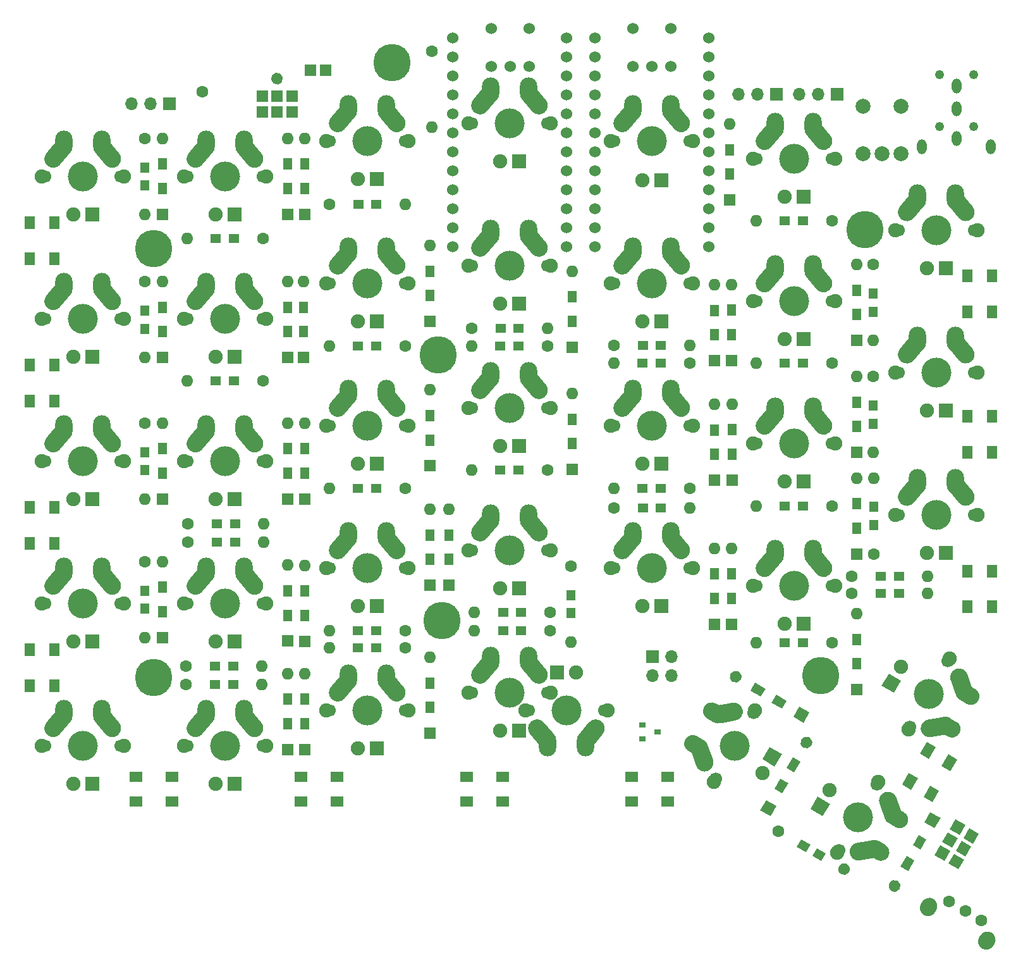
<source format=gts>
G04 #@! TF.GenerationSoftware,KiCad,Pcbnew,(5.99.0-7652-gaab3c936f0)*
G04 #@! TF.CreationDate,2020-12-28T19:10:50+00:00*
G04 #@! TF.ProjectId,ergodash,6572676f-6461-4736-982e-6b696361645f,2.0*
G04 #@! TF.SameCoordinates,PX4c880a8PY8a3633c*
G04 #@! TF.FileFunction,Soldermask,Top*
G04 #@! TF.FilePolarity,Negative*
%FSLAX46Y46*%
G04 Gerber Fmt 4.6, Leading zero omitted, Abs format (unit mm)*
G04 Created by KiCad (PCBNEW (5.99.0-7652-gaab3c936f0)) date 2020-12-28 19:10:50*
%MOMM*%
%LPD*%
G01*
G04 APERTURE LIST*
%ADD10C,2.000000*%
%ADD11C,1.600000*%
%ADD12O,1.600000X1.600000*%
%ADD13C,5.000000*%
%ADD14R,1.524000X1.524000*%
%ADD15C,1.210000*%
%ADD16O,1.300000X2.000000*%
%ADD17R,1.700000X1.700000*%
%ADD18O,1.700000X1.700000*%
%ADD19C,1.524000*%
%ADD20R,1.200000X1.400000*%
%ADD21R,1.400000X1.200000*%
%ADD22R,1.905000X1.905000*%
%ADD23C,1.905000*%
%ADD24R,0.900000X0.800000*%
%ADD25C,1.700000*%
%ADD26C,4.000000*%
%ADD27C,1.900000*%
%ADD28O,2.300000X3.337000*%
%ADD29R,1.200000X1.600000*%
%ADD30R,1.600000X1.600000*%
%ADD31R,1.400000X1.800000*%
%ADD32R,1.800000X1.400000*%
G04 APERTURE END LIST*
D10*
X113210000Y88250000D03*
X115750000Y88250000D03*
X118290000Y88250000D03*
X118290000Y94600000D03*
X113210000Y94600000D03*
D11*
X24748000Y96566500D03*
G36*
G01*
X33965801Y98191846D02*
X33965801Y98191846D01*
G75*
G02*
X34614728Y99118611I787846J138919D01*
G01*
X34614728Y99118611D01*
G75*
G02*
X35541493Y98469684I138919J-787846D01*
G01*
X35541493Y98469684D01*
G75*
G02*
X34892566Y97542919I-787846J-138919D01*
G01*
X34892566Y97542919D01*
G75*
G02*
X33965801Y98191846I-138919J787846D01*
G01*
G37*
X55482000Y102027500D03*
D12*
X55482000Y91867500D03*
D13*
X56371000Y61387500D03*
X113521000Y78151500D03*
X107552000Y18461500D03*
X18271000Y75611500D03*
X18271000Y18207500D03*
D14*
X39242000Y99487500D03*
X41242000Y99487500D03*
D15*
X128050000Y98900000D03*
X123450000Y91900000D03*
X123450000Y98900000D03*
X128050000Y91900000D03*
D16*
X125750000Y90300000D03*
X125750000Y97300000D03*
X125750000Y94300000D03*
X121150000Y89200000D03*
X130350000Y89200000D03*
D17*
X20400000Y95000000D03*
D18*
X17860000Y95000000D03*
X15320000Y95000000D03*
D17*
X109800000Y96200000D03*
D18*
X107260000Y96200000D03*
X104720000Y96200000D03*
D19*
X68541000Y105005500D03*
X63461000Y105005500D03*
X63461000Y99925500D03*
X66001000Y99925500D03*
X68541000Y99925500D03*
D13*
X56879000Y25827500D03*
D11*
X17093000Y90343500D03*
D20*
X17093000Y86443500D03*
D12*
X17093000Y80183500D03*
D20*
X17093000Y84043500D03*
D11*
X32876000Y76916500D03*
D21*
X28976000Y76916500D03*
D12*
X22716000Y76916500D03*
D21*
X26576000Y76916500D03*
X45666000Y81545500D03*
D11*
X41766000Y81545500D03*
D12*
X51926000Y81545500D03*
D21*
X48066000Y81545500D03*
X64716000Y64908500D03*
D11*
X60816000Y64908500D03*
D21*
X67116000Y64908500D03*
D12*
X70976000Y64908500D03*
D11*
X79866000Y62622500D03*
D21*
X83766000Y62622500D03*
D12*
X90026000Y62622500D03*
D21*
X86166000Y62622500D03*
X105176000Y79329500D03*
D11*
X109076000Y79329500D03*
D21*
X102776000Y79329500D03*
D12*
X98916000Y79329500D03*
D20*
X114629000Y69552500D03*
D11*
X114629000Y73452500D03*
D20*
X114629000Y67152500D03*
D12*
X114629000Y63292500D03*
D11*
X17093000Y71166500D03*
D20*
X17093000Y67266500D03*
X17093000Y64866500D03*
D12*
X17093000Y61006500D03*
D11*
X32876000Y57866500D03*
D21*
X28976000Y57866500D03*
X26576000Y57866500D03*
D12*
X22716000Y57866500D03*
D11*
X51926000Y62565500D03*
D21*
X48026000Y62565500D03*
X45626000Y62565500D03*
D12*
X41766000Y62565500D03*
D11*
X70976000Y62565500D03*
D21*
X67076000Y62565500D03*
D12*
X60816000Y62565500D03*
D21*
X64676000Y62565500D03*
D11*
X90026000Y60279500D03*
D21*
X86126000Y60279500D03*
X83726000Y60279500D03*
D12*
X79866000Y60279500D03*
D11*
X109076000Y60279500D03*
D21*
X105176000Y60279500D03*
X102776000Y60279500D03*
D12*
X98916000Y60279500D03*
D20*
X114629000Y54566500D03*
D11*
X114629000Y58466500D03*
D20*
X114629000Y52166500D03*
D12*
X114629000Y48306500D03*
D20*
X17093000Y48343500D03*
D11*
X17093000Y52243500D03*
D12*
X17093000Y42083500D03*
D20*
X17093000Y45943500D03*
D21*
X26743000Y38746500D03*
D11*
X22843000Y38746500D03*
D12*
X33003000Y38746500D03*
D21*
X29143000Y38746500D03*
X48026000Y43515500D03*
D11*
X51926000Y43515500D03*
D12*
X41766000Y43515500D03*
D21*
X45626000Y43515500D03*
X67076000Y45928500D03*
D11*
X70976000Y45928500D03*
D12*
X60816000Y45928500D03*
D21*
X64676000Y45928500D03*
D11*
X90026000Y43515500D03*
D21*
X86126000Y43515500D03*
D12*
X79866000Y43515500D03*
D21*
X83726000Y43515500D03*
X105176000Y41102500D03*
D11*
X109076000Y41102500D03*
D21*
X102776000Y41102500D03*
D12*
X98916000Y41102500D03*
D11*
X114699000Y34717500D03*
D20*
X114699000Y38617500D03*
D12*
X114699000Y44877500D03*
D20*
X114699000Y41017500D03*
D11*
X22843000Y36333500D03*
D21*
X26743000Y36333500D03*
D12*
X33003000Y36333500D03*
D21*
X29143000Y36333500D03*
D20*
X17093000Y29801500D03*
D11*
X17093000Y33701500D03*
D20*
X17093000Y27401500D03*
D12*
X17093000Y23541500D03*
D21*
X48026000Y24465500D03*
D11*
X51926000Y24465500D03*
D21*
X45626000Y24465500D03*
D12*
X41766000Y24465500D03*
D11*
X71357000Y26878500D03*
D21*
X67457000Y26878500D03*
D12*
X61197000Y26878500D03*
D21*
X65057000Y26878500D03*
D11*
X109076000Y22814500D03*
D21*
X105176000Y22814500D03*
X102776000Y22814500D03*
D12*
X98916000Y22814500D03*
G36*
X104371065Y-4502426D02*
G01*
X104971065Y-3463196D01*
X106183501Y-4163196D01*
X105583501Y-5202426D01*
X104371065Y-4502426D01*
G37*
D11*
X101899784Y-2382811D03*
G36*
X106449526Y-5702426D02*
G01*
X107049526Y-4663196D01*
X108261962Y-5363196D01*
X107661962Y-6402426D01*
X106449526Y-5702426D01*
G37*
G36*
G01*
X110005782Y-7062811D02*
X110005782Y-7062811D01*
G75*
G02*
X111098602Y-6769991I692820J-400000D01*
G01*
X111098602Y-6769991D01*
G75*
G02*
X111391422Y-7862811I-400000J-692820D01*
G01*
X111391422Y-7862811D01*
G75*
G02*
X110298602Y-8155631I-692820J400000D01*
G01*
X110298602Y-8155631D01*
G75*
G02*
X110005782Y-7062811I400000J692820D01*
G01*
G37*
D21*
X26489000Y19696500D03*
D11*
X22589000Y19696500D03*
D21*
X28889000Y19696500D03*
D12*
X32749000Y19696500D03*
D21*
X26489000Y17283500D03*
D11*
X22589000Y17283500D03*
D12*
X32749000Y17283500D03*
D21*
X28889000Y17283500D03*
D11*
X51926000Y22179500D03*
D21*
X48026000Y22179500D03*
D12*
X41766000Y22179500D03*
D21*
X45626000Y22179500D03*
X67457000Y24465500D03*
D11*
X71357000Y24465500D03*
D12*
X61197000Y24465500D03*
D21*
X65057000Y24465500D03*
D13*
X50148000Y100503500D03*
D22*
X10016000Y80120000D03*
D23*
X7476000Y80120000D03*
D22*
X29066000Y80120000D03*
D23*
X26526000Y80120000D03*
D22*
X48116000Y84882500D03*
D23*
X45576000Y84882500D03*
D22*
X67166000Y87263750D03*
D23*
X64626000Y87263750D03*
D22*
X86216000Y84755500D03*
D23*
X83676000Y84755500D03*
D22*
X105266000Y82501250D03*
D23*
X102726000Y82501250D03*
D22*
X124316000Y72976250D03*
D23*
X121776000Y72976250D03*
D22*
X10016000Y61070000D03*
D23*
X7476000Y61070000D03*
D22*
X29066000Y61070000D03*
D23*
X26526000Y61070000D03*
D22*
X48116000Y65832500D03*
D23*
X45576000Y65832500D03*
D22*
X67166000Y68213750D03*
D23*
X64626000Y68213750D03*
D22*
X86216000Y65832500D03*
D23*
X83676000Y65832500D03*
D22*
X105266000Y63451250D03*
D23*
X102726000Y63451250D03*
D22*
X124316000Y53926250D03*
D23*
X121776000Y53926250D03*
D22*
X10016000Y42020000D03*
D23*
X7476000Y42020000D03*
D22*
X29066000Y42020000D03*
D23*
X26526000Y42020000D03*
D22*
X48116000Y46782500D03*
D23*
X45576000Y46782500D03*
D22*
X67166000Y49163750D03*
D23*
X64626000Y49163750D03*
D22*
X86216000Y46782500D03*
D23*
X83676000Y46782500D03*
D22*
X105266000Y44401250D03*
D23*
X102726000Y44401250D03*
D22*
X124316000Y34876250D03*
D23*
X121776000Y34876250D03*
D22*
X10016000Y22970000D03*
D23*
X7476000Y22970000D03*
D22*
X29066000Y22970000D03*
D23*
X26526000Y22970000D03*
D22*
X48116000Y27732500D03*
D23*
X45576000Y27732500D03*
D22*
X67166000Y30113750D03*
D23*
X64626000Y30113750D03*
D22*
X86216000Y27732500D03*
D23*
X83676000Y27732500D03*
D22*
X105266000Y25351250D03*
D23*
X102726000Y25351250D03*
G36*
X101426048Y6258963D02*
G01*
X99776270Y7211463D01*
X100728770Y8861241D01*
X102378548Y7908741D01*
X101426048Y6258963D01*
G37*
X99807409Y5360398D03*
D22*
X10016000Y3920000D03*
D23*
X7476000Y3920000D03*
D22*
X29066000Y3920000D03*
D23*
X26526000Y3920000D03*
D22*
X48116000Y8682500D03*
D23*
X45576000Y8682500D03*
D22*
X67166000Y11063750D03*
D23*
X64626000Y11063750D03*
D19*
X58276000Y103805500D03*
X58276000Y101265500D03*
X58276000Y98725500D03*
X58276000Y96185500D03*
X58276000Y93645500D03*
X58276000Y91105500D03*
X58276000Y88565500D03*
X58276000Y86025500D03*
X58276000Y83485500D03*
X58276000Y80945500D03*
X58276000Y78405500D03*
X58276000Y75865500D03*
X73516000Y75865500D03*
X73516000Y78405500D03*
X73516000Y80945500D03*
X73516000Y83485500D03*
X73516000Y86025500D03*
X73516000Y88565500D03*
X73516000Y91105500D03*
X73516000Y93645500D03*
X73516000Y96185500D03*
X73516000Y98725500D03*
X73516000Y101265500D03*
X73516000Y103805500D03*
D22*
X72246000Y18842500D03*
D23*
X74786000Y18842500D03*
D24*
X83708000Y11852500D03*
X83708000Y9952500D03*
X85708000Y10902500D03*
D25*
X32876000Y85200000D03*
D26*
X27796000Y85200000D03*
D25*
X22716000Y85200000D03*
D27*
X22296000Y85200000D03*
X33296000Y85200000D03*
G36*
G01*
X23086097Y86667538D02*
X23086097Y86667538D01*
G75*
G02*
X22938189Y88358136I771345J919253D01*
G01*
X24095207Y89737016D01*
G75*
G02*
X25785805Y89884924I919253J-771345D01*
G01*
X25785805Y89884924D01*
G75*
G02*
X25933713Y88194326I-771345J-919253D01*
G01*
X24776695Y86815446D01*
G75*
G02*
X23086097Y86667538I-919253J771345D01*
G01*
G37*
D28*
X25276000Y89700000D03*
X30316000Y89700000D03*
G36*
G01*
X29806195Y89884924D02*
X29806195Y89884924D01*
G75*
G02*
X31496793Y89737016I771345J-919253D01*
G01*
X32653811Y88358136D01*
G75*
G02*
X32505903Y86667538I-919253J-771345D01*
G01*
X32505903Y86667538D01*
G75*
G02*
X30815305Y86815446I-771345J919253D01*
G01*
X29658287Y88194326D01*
G75*
G02*
X29806195Y89884924I919253J771345D01*
G01*
G37*
D27*
X33296000Y66150000D03*
D25*
X22716000Y66150000D03*
D26*
X27796000Y66150000D03*
D25*
X32876000Y66150000D03*
D27*
X22296000Y66150000D03*
D28*
X25276000Y70650000D03*
G36*
G01*
X23086097Y67617538D02*
X23086097Y67617538D01*
G75*
G02*
X22938189Y69308136I771345J919253D01*
G01*
X24095207Y70687016D01*
G75*
G02*
X25785805Y70834924I919253J-771345D01*
G01*
X25785805Y70834924D01*
G75*
G02*
X25933713Y69144326I-771345J-919253D01*
G01*
X24776695Y67765446D01*
G75*
G02*
X23086097Y67617538I-919253J771345D01*
G01*
G37*
X30316000Y70650000D03*
G36*
G01*
X29806195Y70834924D02*
X29806195Y70834924D01*
G75*
G02*
X31496793Y70687016I771345J-919253D01*
G01*
X32653811Y69308136D01*
G75*
G02*
X32505903Y67617538I-919253J-771345D01*
G01*
X32505903Y67617538D01*
G75*
G02*
X30815305Y67765446I-771345J919253D01*
G01*
X29658287Y69144326D01*
G75*
G02*
X29806195Y70834924I919253J771345D01*
G01*
G37*
D27*
X33296000Y47100000D03*
D25*
X32876000Y47100000D03*
X22716000Y47100000D03*
D27*
X22296000Y47100000D03*
D26*
X27796000Y47100000D03*
D28*
X25276000Y51600000D03*
G36*
G01*
X23086097Y48567538D02*
X23086097Y48567538D01*
G75*
G02*
X22938189Y50258136I771345J919253D01*
G01*
X24095207Y51637016D01*
G75*
G02*
X25785805Y51784924I919253J-771345D01*
G01*
X25785805Y51784924D01*
G75*
G02*
X25933713Y50094326I-771345J-919253D01*
G01*
X24776695Y48715446D01*
G75*
G02*
X23086097Y48567538I-919253J771345D01*
G01*
G37*
G36*
G01*
X29806195Y51784924D02*
X29806195Y51784924D01*
G75*
G02*
X31496793Y51637016I771345J-919253D01*
G01*
X32653811Y50258136D01*
G75*
G02*
X32505903Y48567538I-919253J-771345D01*
G01*
X32505903Y48567538D01*
G75*
G02*
X30815305Y48715446I-771345J919253D01*
G01*
X29658287Y50094326D01*
G75*
G02*
X29806195Y51784924I919253J771345D01*
G01*
G37*
X30316000Y51600000D03*
D25*
X32876000Y28050000D03*
D27*
X33296000Y28050000D03*
X22296000Y28050000D03*
D26*
X27796000Y28050000D03*
D25*
X22716000Y28050000D03*
G36*
G01*
X23086097Y29517538D02*
X23086097Y29517538D01*
G75*
G02*
X22938189Y31208136I771345J919253D01*
G01*
X24095207Y32587016D01*
G75*
G02*
X25785805Y32734924I919253J-771345D01*
G01*
X25785805Y32734924D01*
G75*
G02*
X25933713Y31044326I-771345J-919253D01*
G01*
X24776695Y29665446D01*
G75*
G02*
X23086097Y29517538I-919253J771345D01*
G01*
G37*
D28*
X25276000Y32550000D03*
X30316000Y32550000D03*
G36*
G01*
X29806195Y32734924D02*
X29806195Y32734924D01*
G75*
G02*
X31496793Y32587016I771345J-919253D01*
G01*
X32653811Y31208136D01*
G75*
G02*
X32505903Y29517538I-919253J-771345D01*
G01*
X32505903Y29517538D01*
G75*
G02*
X30815305Y29665446I-771345J919253D01*
G01*
X29658287Y31044326D01*
G75*
G02*
X29806195Y32734924I919253J771345D01*
G01*
G37*
D25*
X41766000Y32812500D03*
D27*
X52346000Y32812500D03*
D26*
X46846000Y32812500D03*
D27*
X41346000Y32812500D03*
D25*
X51926000Y32812500D03*
G36*
G01*
X42136097Y34280038D02*
X42136097Y34280038D01*
G75*
G02*
X41988189Y35970636I771345J919253D01*
G01*
X43145207Y37349516D01*
G75*
G02*
X44835805Y37497424I919253J-771345D01*
G01*
X44835805Y37497424D01*
G75*
G02*
X44983713Y35806826I-771345J-919253D01*
G01*
X43826695Y34427946D01*
G75*
G02*
X42136097Y34280038I-919253J771345D01*
G01*
G37*
D28*
X44326000Y37312500D03*
X49366000Y37312500D03*
G36*
G01*
X48856195Y37497424D02*
X48856195Y37497424D01*
G75*
G02*
X50546793Y37349516I771345J-919253D01*
G01*
X51703811Y35970636D01*
G75*
G02*
X51555903Y34280038I-919253J-771345D01*
G01*
X51555903Y34280038D01*
G75*
G02*
X49865305Y34427946I-771345J919253D01*
G01*
X48708287Y35806826D01*
G75*
G02*
X48856195Y37497424I919253J771345D01*
G01*
G37*
D26*
X65896000Y92343750D03*
D27*
X71396000Y92343750D03*
D25*
X70976000Y92343750D03*
D27*
X60396000Y92343750D03*
D25*
X60816000Y92343750D03*
D28*
X63376000Y96843750D03*
G36*
G01*
X61186097Y93811288D02*
X61186097Y93811288D01*
G75*
G02*
X61038189Y95501886I771345J919253D01*
G01*
X62195207Y96880766D01*
G75*
G02*
X63885805Y97028674I919253J-771345D01*
G01*
X63885805Y97028674D01*
G75*
G02*
X64033713Y95338076I-771345J-919253D01*
G01*
X62876695Y93959196D01*
G75*
G02*
X61186097Y93811288I-919253J771345D01*
G01*
G37*
X68416000Y96843750D03*
G36*
G01*
X67906195Y97028674D02*
X67906195Y97028674D01*
G75*
G02*
X69596793Y96880766I771345J-919253D01*
G01*
X70753811Y95501886D01*
G75*
G02*
X70605903Y93811288I-919253J-771345D01*
G01*
X70605903Y93811288D01*
G75*
G02*
X68915305Y93959196I-771345J919253D01*
G01*
X67758287Y95338076D01*
G75*
G02*
X67906195Y97028674I919253J771345D01*
G01*
G37*
D25*
X60816000Y73293750D03*
D27*
X60396000Y73293750D03*
D25*
X70976000Y73293750D03*
D27*
X71396000Y73293750D03*
D26*
X65896000Y73293750D03*
G36*
G01*
X61186097Y74761288D02*
X61186097Y74761288D01*
G75*
G02*
X61038189Y76451886I771345J919253D01*
G01*
X62195207Y77830766D01*
G75*
G02*
X63885805Y77978674I919253J-771345D01*
G01*
X63885805Y77978674D01*
G75*
G02*
X64033713Y76288076I-771345J-919253D01*
G01*
X62876695Y74909196D01*
G75*
G02*
X61186097Y74761288I-919253J771345D01*
G01*
G37*
D28*
X63376000Y77793750D03*
G36*
G01*
X67906195Y77978674D02*
X67906195Y77978674D01*
G75*
G02*
X69596793Y77830766I771345J-919253D01*
G01*
X70753811Y76451886D01*
G75*
G02*
X70605903Y74761288I-919253J-771345D01*
G01*
X70605903Y74761288D01*
G75*
G02*
X68915305Y74909196I-771345J919253D01*
G01*
X67758287Y76288076D01*
G75*
G02*
X67906195Y77978674I919253J771345D01*
G01*
G37*
X68416000Y77793750D03*
D25*
X60816000Y54243750D03*
D27*
X71396000Y54243750D03*
D26*
X65896000Y54243750D03*
D27*
X60396000Y54243750D03*
D25*
X70976000Y54243750D03*
D28*
X63376000Y58743750D03*
G36*
G01*
X61186097Y55711288D02*
X61186097Y55711288D01*
G75*
G02*
X61038189Y57401886I771345J919253D01*
G01*
X62195207Y58780766D01*
G75*
G02*
X63885805Y58928674I919253J-771345D01*
G01*
X63885805Y58928674D01*
G75*
G02*
X64033713Y57238076I-771345J-919253D01*
G01*
X62876695Y55859196D01*
G75*
G02*
X61186097Y55711288I-919253J771345D01*
G01*
G37*
G36*
G01*
X67906195Y58928674D02*
X67906195Y58928674D01*
G75*
G02*
X69596793Y58780766I771345J-919253D01*
G01*
X70753811Y57401886D01*
G75*
G02*
X70605903Y55711288I-919253J-771345D01*
G01*
X70605903Y55711288D01*
G75*
G02*
X68915305Y55859196I-771345J919253D01*
G01*
X67758287Y57238076D01*
G75*
G02*
X67906195Y58928674I919253J771345D01*
G01*
G37*
X68416000Y58743750D03*
D25*
X60816000Y35193750D03*
X70976000Y35193750D03*
D27*
X60396000Y35193750D03*
D26*
X65896000Y35193750D03*
D27*
X71396000Y35193750D03*
G36*
G01*
X61186097Y36661288D02*
X61186097Y36661288D01*
G75*
G02*
X61038189Y38351886I771345J919253D01*
G01*
X62195207Y39730766D01*
G75*
G02*
X63885805Y39878674I919253J-771345D01*
G01*
X63885805Y39878674D01*
G75*
G02*
X64033713Y38188076I-771345J-919253D01*
G01*
X62876695Y36809196D01*
G75*
G02*
X61186097Y36661288I-919253J771345D01*
G01*
G37*
D28*
X63376000Y39693750D03*
G36*
G01*
X67906195Y39878674D02*
X67906195Y39878674D01*
G75*
G02*
X69596793Y39730766I771345J-919253D01*
G01*
X70753811Y38351886D01*
G75*
G02*
X70605903Y36661288I-919253J-771345D01*
G01*
X70605903Y36661288D01*
G75*
G02*
X68915305Y36809196I-771345J919253D01*
G01*
X67758287Y38188076D01*
G75*
G02*
X67906195Y39878674I919253J771345D01*
G01*
G37*
X68416000Y39693750D03*
D25*
X90026000Y89962500D03*
D26*
X84946000Y89962500D03*
D25*
X79866000Y89962500D03*
D27*
X90446000Y89962500D03*
X79446000Y89962500D03*
D28*
X82426000Y94462500D03*
G36*
G01*
X80236097Y91430038D02*
X80236097Y91430038D01*
G75*
G02*
X80088189Y93120636I771345J919253D01*
G01*
X81245207Y94499516D01*
G75*
G02*
X82935805Y94647424I919253J-771345D01*
G01*
X82935805Y94647424D01*
G75*
G02*
X83083713Y92956826I-771345J-919253D01*
G01*
X81926695Y91577946D01*
G75*
G02*
X80236097Y91430038I-919253J771345D01*
G01*
G37*
X87466000Y94462500D03*
G36*
G01*
X86956195Y94647424D02*
X86956195Y94647424D01*
G75*
G02*
X88646793Y94499516I771345J-919253D01*
G01*
X89803811Y93120636D01*
G75*
G02*
X89655903Y91430038I-919253J-771345D01*
G01*
X89655903Y91430038D01*
G75*
G02*
X87965305Y91577946I-771345J919253D01*
G01*
X86808287Y92956826D01*
G75*
G02*
X86956195Y94647424I919253J771345D01*
G01*
G37*
D25*
X79866000Y70912500D03*
D27*
X79446000Y70912500D03*
X90446000Y70912500D03*
D25*
X90026000Y70912500D03*
D26*
X84946000Y70912500D03*
G36*
G01*
X80236097Y72380038D02*
X80236097Y72380038D01*
G75*
G02*
X80088189Y74070636I771345J919253D01*
G01*
X81245207Y75449516D01*
G75*
G02*
X82935805Y75597424I919253J-771345D01*
G01*
X82935805Y75597424D01*
G75*
G02*
X83083713Y73906826I-771345J-919253D01*
G01*
X81926695Y72527946D01*
G75*
G02*
X80236097Y72380038I-919253J771345D01*
G01*
G37*
D28*
X82426000Y75412500D03*
G36*
G01*
X86956195Y75597424D02*
X86956195Y75597424D01*
G75*
G02*
X88646793Y75449516I771345J-919253D01*
G01*
X89803811Y74070636D01*
G75*
G02*
X89655903Y72380038I-919253J-771345D01*
G01*
X89655903Y72380038D01*
G75*
G02*
X87965305Y72527946I-771345J919253D01*
G01*
X86808287Y73906826D01*
G75*
G02*
X86956195Y75597424I919253J771345D01*
G01*
G37*
X87466000Y75412500D03*
D25*
X79866000Y51862500D03*
X90026000Y51862500D03*
D27*
X90446000Y51862500D03*
D26*
X84946000Y51862500D03*
D27*
X79446000Y51862500D03*
G36*
G01*
X80236097Y53330038D02*
X80236097Y53330038D01*
G75*
G02*
X80088189Y55020636I771345J919253D01*
G01*
X81245207Y56399516D01*
G75*
G02*
X82935805Y56547424I919253J-771345D01*
G01*
X82935805Y56547424D01*
G75*
G02*
X83083713Y54856826I-771345J-919253D01*
G01*
X81926695Y53477946D01*
G75*
G02*
X80236097Y53330038I-919253J771345D01*
G01*
G37*
D28*
X82426000Y56362500D03*
G36*
G01*
X86956195Y56547424D02*
X86956195Y56547424D01*
G75*
G02*
X88646793Y56399516I771345J-919253D01*
G01*
X89803811Y55020636D01*
G75*
G02*
X89655903Y53330038I-919253J-771345D01*
G01*
X89655903Y53330038D01*
G75*
G02*
X87965305Y53477946I-771345J919253D01*
G01*
X86808287Y54856826D01*
G75*
G02*
X86956195Y56547424I919253J771345D01*
G01*
G37*
X87466000Y56362500D03*
D26*
X84946000Y32812500D03*
D25*
X90026000Y32812500D03*
D27*
X90446000Y32812500D03*
D25*
X79866000Y32812500D03*
D27*
X79446000Y32812500D03*
G36*
G01*
X80236097Y34280038D02*
X80236097Y34280038D01*
G75*
G02*
X80088189Y35970636I771345J919253D01*
G01*
X81245207Y37349516D01*
G75*
G02*
X82935805Y37497424I919253J-771345D01*
G01*
X82935805Y37497424D01*
G75*
G02*
X83083713Y35806826I-771345J-919253D01*
G01*
X81926695Y34427946D01*
G75*
G02*
X80236097Y34280038I-919253J771345D01*
G01*
G37*
D28*
X82426000Y37312500D03*
X87466000Y37312500D03*
G36*
G01*
X86956195Y37497424D02*
X86956195Y37497424D01*
G75*
G02*
X88646793Y37349516I771345J-919253D01*
G01*
X89803811Y35970636D01*
G75*
G02*
X89655903Y34280038I-919253J-771345D01*
G01*
X89655903Y34280038D01*
G75*
G02*
X87965305Y34427946I-771345J919253D01*
G01*
X86808287Y35806826D01*
G75*
G02*
X86956195Y37497424I919253J771345D01*
G01*
G37*
D27*
X98496000Y87581250D03*
D25*
X109076000Y87581250D03*
D26*
X103996000Y87581250D03*
D27*
X109496000Y87581250D03*
D25*
X98916000Y87581250D03*
D28*
X101476000Y92081250D03*
G36*
G01*
X99286097Y89048788D02*
X99286097Y89048788D01*
G75*
G02*
X99138189Y90739386I771345J919253D01*
G01*
X100295207Y92118266D01*
G75*
G02*
X101985805Y92266174I919253J-771345D01*
G01*
X101985805Y92266174D01*
G75*
G02*
X102133713Y90575576I-771345J-919253D01*
G01*
X100976695Y89196696D01*
G75*
G02*
X99286097Y89048788I-919253J771345D01*
G01*
G37*
X106516000Y92081250D03*
G36*
G01*
X106006195Y92266174D02*
X106006195Y92266174D01*
G75*
G02*
X107696793Y92118266I771345J-919253D01*
G01*
X108853811Y90739386D01*
G75*
G02*
X108705903Y89048788I-919253J-771345D01*
G01*
X108705903Y89048788D01*
G75*
G02*
X107015305Y89196696I-771345J919253D01*
G01*
X105858287Y90575576D01*
G75*
G02*
X106006195Y92266174I919253J771345D01*
G01*
G37*
D26*
X123046000Y78056250D03*
D27*
X128546000Y78056250D03*
D25*
X117966000Y78056250D03*
X128126000Y78056250D03*
D27*
X117546000Y78056250D03*
D28*
X120526000Y82556250D03*
G36*
G01*
X118336097Y79523788D02*
X118336097Y79523788D01*
G75*
G02*
X118188189Y81214386I771345J919253D01*
G01*
X119345207Y82593266D01*
G75*
G02*
X121035805Y82741174I919253J-771345D01*
G01*
X121035805Y82741174D01*
G75*
G02*
X121183713Y81050576I-771345J-919253D01*
G01*
X120026695Y79671696D01*
G75*
G02*
X118336097Y79523788I-919253J771345D01*
G01*
G37*
X125566000Y82556250D03*
G36*
G01*
X125056195Y82741174D02*
X125056195Y82741174D01*
G75*
G02*
X126746793Y82593266I771345J-919253D01*
G01*
X127903811Y81214386D01*
G75*
G02*
X127755903Y79523788I-919253J-771345D01*
G01*
X127755903Y79523788D01*
G75*
G02*
X126065305Y79671696I-771345J919253D01*
G01*
X124908287Y81050576D01*
G75*
G02*
X125056195Y82741174I919253J771345D01*
G01*
G37*
D25*
X128126000Y59006250D03*
D27*
X128546000Y59006250D03*
D26*
X123046000Y59006250D03*
D25*
X117966000Y59006250D03*
D27*
X117546000Y59006250D03*
D28*
X120526000Y63506250D03*
G36*
G01*
X118336097Y60473788D02*
X118336097Y60473788D01*
G75*
G02*
X118188189Y62164386I771345J919253D01*
G01*
X119345207Y63543266D01*
G75*
G02*
X121035805Y63691174I919253J-771345D01*
G01*
X121035805Y63691174D01*
G75*
G02*
X121183713Y62000576I-771345J-919253D01*
G01*
X120026695Y60621696D01*
G75*
G02*
X118336097Y60473788I-919253J771345D01*
G01*
G37*
X125566000Y63506250D03*
G36*
G01*
X125056195Y63691174D02*
X125056195Y63691174D01*
G75*
G02*
X126746793Y63543266I771345J-919253D01*
G01*
X127903811Y62164386D01*
G75*
G02*
X127755903Y60473788I-919253J-771345D01*
G01*
X127755903Y60473788D01*
G75*
G02*
X126065305Y60621696I-771345J919253D01*
G01*
X124908287Y62000576D01*
G75*
G02*
X125056195Y63691174I919253J771345D01*
G01*
G37*
D27*
X128546000Y39956250D03*
D25*
X128126000Y39956250D03*
D27*
X117546000Y39956250D03*
D26*
X123046000Y39956250D03*
D25*
X117966000Y39956250D03*
G36*
G01*
X118336097Y41423788D02*
X118336097Y41423788D01*
G75*
G02*
X118188189Y43114386I771345J919253D01*
G01*
X119345207Y44493266D01*
G75*
G02*
X121035805Y44641174I919253J-771345D01*
G01*
X121035805Y44641174D01*
G75*
G02*
X121183713Y42950576I-771345J-919253D01*
G01*
X120026695Y41571696D01*
G75*
G02*
X118336097Y41423788I-919253J771345D01*
G01*
G37*
D28*
X120526000Y44456250D03*
G36*
G01*
X125056195Y44641174D02*
X125056195Y44641174D01*
G75*
G02*
X126746793Y44493266I771345J-919253D01*
G01*
X127903811Y43114386D01*
G75*
G02*
X127755903Y41423788I-919253J-771345D01*
G01*
X127755903Y41423788D01*
G75*
G02*
X126065305Y41571696I-771345J919253D01*
G01*
X124908287Y42950576D01*
G75*
G02*
X125056195Y44641174I919253J771345D01*
G01*
G37*
X125566000Y44456250D03*
D27*
X124816000Y20736340D03*
X119316000Y11210060D03*
D26*
X122066000Y15973200D03*
D25*
X119526000Y11573791D03*
X124606000Y20372609D03*
G36*
G01*
X127349080Y17160763D02*
X128247148Y16642263D01*
G75*
G02*
X128668077Y15071334I-575000J-995929D01*
G01*
X128668077Y15071334D01*
G75*
G02*
X127097148Y14650405I-995929J575000D01*
G01*
X126199080Y15168905D01*
G75*
G02*
X125778151Y16739834I575000J995929D01*
G01*
X125778151Y16739834D01*
G75*
G02*
X127349080Y17160763I995929J-575000D01*
G01*
G37*
G36*
G01*
X125691877Y19318326D02*
X125691877Y19318326D01*
G75*
G02*
X127229932Y18601119I410424J-1127631D01*
G01*
X127845568Y16909673D01*
G75*
G02*
X127128361Y15371618I-1127631J-410424D01*
G01*
X127128361Y15371618D01*
G75*
G02*
X125590306Y16088825I-410424J1127631D01*
G01*
X124974670Y17780271D01*
G75*
G02*
X125691877Y19318326I1127631J410424D01*
G01*
G37*
G36*
G01*
X125118166Y11889858D02*
X125118166Y11889858D01*
G75*
G02*
X124144775Y10499711I-1181769J-208378D01*
G01*
X122372121Y10187145D01*
G75*
G02*
X120981974Y11160536I-208378J1181769D01*
G01*
X120981974Y11160536D01*
G75*
G02*
X121955365Y12550683I1181769J208378D01*
G01*
X123728019Y12863249D01*
G75*
G02*
X125118166Y11889858I208378J-1181769D01*
G01*
G37*
G36*
G01*
X124829080Y12795995D02*
X125727148Y12277495D01*
G75*
G02*
X126148077Y10706566I-575000J-995929D01*
G01*
X126148077Y10706566D01*
G75*
G02*
X124577148Y10285637I-995929J575000D01*
G01*
X123679080Y10804137D01*
G75*
G02*
X123258151Y12375066I575000J995929D01*
G01*
X123258151Y12375066D01*
G75*
G02*
X124829080Y12795995I995929J-575000D01*
G01*
G37*
D27*
X22296000Y9000000D03*
D26*
X27796000Y9000000D03*
D25*
X22716000Y9000000D03*
D27*
X33296000Y9000000D03*
D25*
X32876000Y9000000D03*
G36*
G01*
X23086097Y10467538D02*
X23086097Y10467538D01*
G75*
G02*
X22938189Y12158136I771345J919253D01*
G01*
X24095207Y13537016D01*
G75*
G02*
X25785805Y13684924I919253J-771345D01*
G01*
X25785805Y13684924D01*
G75*
G02*
X25933713Y11994326I-771345J-919253D01*
G01*
X24776695Y10615446D01*
G75*
G02*
X23086097Y10467538I-919253J771345D01*
G01*
G37*
D28*
X25276000Y13500000D03*
G36*
G01*
X29806195Y13684924D02*
X29806195Y13684924D01*
G75*
G02*
X31496793Y13537016I771345J-919253D01*
G01*
X32653811Y12158136D01*
G75*
G02*
X32505903Y10467538I-919253J-771345D01*
G01*
X32505903Y10467538D01*
G75*
G02*
X30815305Y10615446I-771345J919253D01*
G01*
X29658287Y11994326D01*
G75*
G02*
X29806195Y13684924I919253J771345D01*
G01*
G37*
X30316000Y13500000D03*
D25*
X98583000Y13399659D03*
X93503000Y4600841D03*
D26*
X96043000Y9000250D03*
D27*
X93293000Y4237110D03*
X98793000Y13763390D03*
G36*
G01*
X90759920Y7812687D02*
X89861852Y8331187D01*
G75*
G02*
X89440923Y9902116I575000J995929D01*
G01*
X89440923Y9902116D01*
G75*
G02*
X91011852Y10323045I995929J-575000D01*
G01*
X91909920Y9804545D01*
G75*
G02*
X92330849Y8233616I-575000J-995929D01*
G01*
X92330849Y8233616D01*
G75*
G02*
X90759920Y7812687I-995929J575000D01*
G01*
G37*
G36*
G01*
X92417123Y5655124D02*
X92417123Y5655124D01*
G75*
G02*
X90879068Y6372331I-410424J1127631D01*
G01*
X90263432Y8063777D01*
G75*
G02*
X90980639Y9601832I1127631J410424D01*
G01*
X90980639Y9601832D01*
G75*
G02*
X92518694Y8884625I410424J-1127631D01*
G01*
X93134330Y7193179D01*
G75*
G02*
X92417123Y5655124I-1127631J-410424D01*
G01*
G37*
G36*
G01*
X92990834Y13083592D02*
X92990834Y13083592D01*
G75*
G02*
X93964225Y14473739I1181769J208378D01*
G01*
X95736879Y14786305D01*
G75*
G02*
X97127026Y13812914I208378J-1181769D01*
G01*
X97127026Y13812914D01*
G75*
G02*
X96153635Y12422767I-1181769J-208378D01*
G01*
X94380981Y12110201D01*
G75*
G02*
X92990834Y13083592I-208378J1181769D01*
G01*
G37*
G36*
G01*
X93279920Y12177455D02*
X92381852Y12695955D01*
G75*
G02*
X91960923Y14266884I575000J995929D01*
G01*
X91960923Y14266884D01*
G75*
G02*
X93531852Y14687813I995929J-575000D01*
G01*
X94429920Y14169313D01*
G75*
G02*
X94850849Y12598384I-575000J-995929D01*
G01*
X94850849Y12598384D01*
G75*
G02*
X93279920Y12177455I-995929J575000D01*
G01*
G37*
D26*
X112541000Y-524800D03*
D27*
X115291000Y4238340D03*
X109791000Y-5287940D03*
D25*
X110001000Y-4924209D03*
X115081000Y3874609D03*
G36*
G01*
X116166877Y2820326D02*
X116166877Y2820326D01*
G75*
G02*
X117704932Y2103119I410424J-1127631D01*
G01*
X118320568Y411673D01*
G75*
G02*
X117603361Y-1126382I-1127631J-410424D01*
G01*
X117603361Y-1126382D01*
G75*
G02*
X116065306Y-409175I-410424J1127631D01*
G01*
X115449670Y1282271D01*
G75*
G02*
X116166877Y2820326I1127631J410424D01*
G01*
G37*
G36*
G01*
X117824080Y662763D02*
X118722148Y144263D01*
G75*
G02*
X119143077Y-1426666I-575000J-995929D01*
G01*
X119143077Y-1426666D01*
G75*
G02*
X117572148Y-1847595I-995929J575000D01*
G01*
X116674080Y-1329095D01*
G75*
G02*
X116253151Y241834I575000J995929D01*
G01*
X116253151Y241834D01*
G75*
G02*
X117824080Y662763I995929J-575000D01*
G01*
G37*
G36*
G01*
X115593166Y-4608142D02*
X115593166Y-4608142D01*
G75*
G02*
X114619775Y-5998289I-1181769J-208378D01*
G01*
X112847121Y-6310855D01*
G75*
G02*
X111456974Y-5337464I-208378J1181769D01*
G01*
X111456974Y-5337464D01*
G75*
G02*
X112430365Y-3947317I1181769J208378D01*
G01*
X114203019Y-3634751D01*
G75*
G02*
X115593166Y-4608142I208378J-1181769D01*
G01*
G37*
G36*
G01*
X115304080Y-3702005D02*
X116202148Y-4220505D01*
G75*
G02*
X116623077Y-5791434I-575000J-995929D01*
G01*
X116623077Y-5791434D01*
G75*
G02*
X115052148Y-6212363I-995929J575000D01*
G01*
X114154080Y-5693863D01*
G75*
G02*
X113733151Y-4122934I575000J995929D01*
G01*
X113733151Y-4122934D01*
G75*
G02*
X115304080Y-3702005I995929J-575000D01*
G01*
G37*
D26*
X73516000Y13762500D03*
D25*
X68436000Y13762500D03*
X78596000Y13762500D03*
D27*
X79016000Y13762500D03*
X68016000Y13762500D03*
G36*
G01*
X78225903Y12294962D02*
X78225903Y12294962D01*
G75*
G02*
X78373811Y10604364I-771345J-919253D01*
G01*
X77216793Y9225484D01*
G75*
G02*
X75526195Y9077576I-919253J771345D01*
G01*
X75526195Y9077576D01*
G75*
G02*
X75378287Y10768174I771345J919253D01*
G01*
X76535305Y12147054D01*
G75*
G02*
X78225903Y12294962I919253J-771345D01*
G01*
G37*
D28*
X76036000Y9262500D03*
X70996000Y9262500D03*
G36*
G01*
X71505805Y9077576D02*
X71505805Y9077576D01*
G75*
G02*
X69815207Y9225484I-771345J919253D01*
G01*
X68658189Y10604364D01*
G75*
G02*
X68806097Y12294962I919253J771345D01*
G01*
X68806097Y12294962D01*
G75*
G02*
X70496695Y12147054I771345J-919253D01*
G01*
X71653713Y10768174D01*
G75*
G02*
X71505805Y9077576I-919253J-771345D01*
G01*
G37*
G36*
X116682952Y18714487D02*
G01*
X118332730Y17761987D01*
X117380230Y16112209D01*
X115730452Y17064709D01*
X116682952Y18714487D01*
G37*
D23*
X118301591Y19613052D03*
G36*
X107157952Y2216487D02*
G01*
X108807730Y1263987D01*
X107855230Y-385791D01*
X106205452Y566709D01*
X107157952Y2216487D01*
G37*
X108776591Y3115052D03*
D11*
X111743000Y31761500D03*
D21*
X115643000Y31761500D03*
D12*
X121903000Y31761500D03*
D21*
X118043000Y31761500D03*
D11*
X111743000Y29475500D03*
D21*
X115643000Y29475500D03*
D12*
X121903000Y29475500D03*
D21*
X118043000Y29475500D03*
D29*
X19414000Y83633500D03*
D30*
X19414000Y80183500D03*
D12*
X19414000Y90343500D03*
D29*
X19414000Y86893500D03*
X19414000Y64456500D03*
D30*
X19414000Y61006500D03*
D12*
X19414000Y71166500D03*
D29*
X19414000Y67716500D03*
X19414000Y45533500D03*
D30*
X19414000Y42083500D03*
D12*
X19414000Y52243500D03*
D29*
X19414000Y48793500D03*
D30*
X36178000Y23054500D03*
D29*
X36178000Y26504500D03*
D12*
X36178000Y33214500D03*
D29*
X36178000Y29764500D03*
X36178000Y83633500D03*
D30*
X36178000Y80183500D03*
D12*
X36178000Y90343500D03*
D29*
X36178000Y86893500D03*
X36178000Y64456500D03*
D30*
X36178000Y61006500D03*
D29*
X36178000Y67716500D03*
D12*
X36178000Y71166500D03*
D30*
X36178000Y42083500D03*
D29*
X36178000Y45533500D03*
X36178000Y48793500D03*
D12*
X36178000Y52243500D03*
D29*
X38464000Y26483500D03*
D30*
X38464000Y23033500D03*
D29*
X38464000Y29743500D03*
D12*
X38464000Y33193500D03*
D29*
X38464000Y83633500D03*
D30*
X38464000Y80183500D03*
D12*
X38464000Y90343500D03*
D29*
X38464000Y86893500D03*
D30*
X38337000Y61006500D03*
D29*
X38337000Y64456500D03*
D12*
X38337000Y71166500D03*
D29*
X38337000Y67716500D03*
D30*
X38464000Y42083500D03*
D29*
X38464000Y45533500D03*
X38464000Y48793500D03*
D12*
X38464000Y52243500D03*
D29*
X55228000Y33976500D03*
D30*
X55228000Y30526500D03*
D12*
X55228000Y40686500D03*
D29*
X55228000Y37236500D03*
D30*
X55228000Y65832500D03*
D29*
X55228000Y69282500D03*
X55228000Y72542500D03*
D12*
X55228000Y75992500D03*
D29*
X74278000Y65853500D03*
D30*
X74278000Y62403500D03*
D29*
X74278000Y69113500D03*
D12*
X74278000Y72563500D03*
D29*
X57768000Y33997500D03*
D30*
X57768000Y30547500D03*
D29*
X57768000Y37257500D03*
D12*
X57768000Y40707500D03*
D29*
X95360000Y85538500D03*
D30*
X95360000Y82088500D03*
D29*
X95360000Y88798500D03*
D12*
X95360000Y92248500D03*
D30*
X74278000Y46041500D03*
D29*
X74278000Y49491500D03*
D12*
X74278000Y56201500D03*
D29*
X74278000Y52751500D03*
X93328000Y28769500D03*
D30*
X93328000Y25319500D03*
D12*
X93328000Y35479500D03*
D29*
X93328000Y32029500D03*
X95614000Y64075500D03*
D30*
X95614000Y60625500D03*
D12*
X95614000Y70785500D03*
D29*
X95614000Y67335500D03*
X93328000Y64054500D03*
D30*
X93328000Y60604500D03*
D29*
X93328000Y67314500D03*
D12*
X93328000Y70764500D03*
D29*
X95741000Y48073500D03*
D30*
X95741000Y44623500D03*
D12*
X95741000Y54783500D03*
D29*
X95741000Y51333500D03*
D30*
X95614000Y25319500D03*
D29*
X95614000Y28769500D03*
X95614000Y32029500D03*
D12*
X95614000Y35479500D03*
D29*
X112378000Y66742500D03*
D30*
X112378000Y63292500D03*
D12*
X112378000Y73452500D03*
D29*
X112378000Y70002500D03*
X112378000Y51756500D03*
D30*
X112378000Y48306500D03*
D29*
X112378000Y55016500D03*
D12*
X112378000Y58466500D03*
D30*
X112378000Y34717500D03*
D29*
X112378000Y38167500D03*
D12*
X112378000Y44877500D03*
D29*
X112378000Y41427500D03*
D30*
X112378000Y16577500D03*
D29*
X112378000Y20027500D03*
X112378000Y23287500D03*
D12*
X112378000Y26737500D03*
D29*
X19414000Y26991500D03*
D30*
X19414000Y23541500D03*
D12*
X19414000Y33701500D03*
D29*
X19414000Y30251500D03*
D30*
X36178000Y8555500D03*
D29*
X36178000Y12005500D03*
X36178000Y15265500D03*
D12*
X36178000Y18715500D03*
D29*
X38464000Y12005500D03*
D30*
X38464000Y8555500D03*
D12*
X38464000Y18715500D03*
D29*
X38464000Y15265500D03*
G36*
X106073850Y13494320D02*
G01*
X105273850Y12108680D01*
X103888210Y12908680D01*
X104688210Y14294320D01*
X106073850Y13494320D01*
G37*
G36*
X102986062Y15046115D02*
G01*
X102386062Y14006885D01*
X101000422Y14806885D01*
X101600422Y15846115D01*
X102986062Y15046115D01*
G37*
G36*
G01*
X96875032Y17881500D02*
X96875032Y17881500D01*
G75*
G02*
X95782212Y17588680I-692820J400000D01*
G01*
X95782212Y17588680D01*
G75*
G02*
X95489392Y18681500I400000J692820D01*
G01*
X95489392Y18681500D01*
G75*
G02*
X96582212Y18974320I692820J-400000D01*
G01*
X96582212Y18974320D01*
G75*
G02*
X96875032Y17881500I-400000J-692820D01*
G01*
G37*
G36*
X100162820Y16676115D02*
G01*
X99562820Y15636885D01*
X98177180Y16436885D01*
X98777180Y17476115D01*
X100162820Y16676115D01*
G37*
G36*
X100859820Y-411320D02*
G01*
X99474180Y388680D01*
X100274180Y1774320D01*
X101659820Y974320D01*
X100859820Y-411320D01*
G37*
G36*
X102411615Y2676468D02*
G01*
X101372385Y3276468D01*
X102172385Y4662108D01*
X103211615Y4062108D01*
X102411615Y2676468D01*
G37*
G36*
X104041615Y5499710D02*
G01*
X103002385Y6099710D01*
X103802385Y7485350D01*
X104841615Y6885350D01*
X104041615Y5499710D01*
G37*
G36*
G01*
X105247000Y8787498D02*
X105247000Y8787498D01*
G75*
G02*
X104954180Y9880318I400000J692820D01*
G01*
X104954180Y9880318D01*
G75*
G02*
X106047000Y10173138I692820J-400000D01*
G01*
X106047000Y10173138D01*
G75*
G02*
X106339820Y9080318I-400000J-692820D01*
G01*
X106339820Y9080318D01*
G75*
G02*
X105247000Y8787498I-692820J400000D01*
G01*
G37*
D21*
X83766000Y40905500D03*
D11*
X79866000Y40905500D03*
D12*
X90026000Y40905500D03*
D21*
X86166000Y40905500D03*
D11*
X74116000Y33087500D03*
D20*
X74116000Y29187500D03*
X74116000Y26787500D03*
D12*
X74116000Y22927500D03*
D14*
X32781000Y96016500D03*
X34781000Y96016500D03*
X36781000Y96016500D03*
X32781000Y93857500D03*
X34781000Y93857500D03*
X36781000Y93857500D03*
D29*
X55228000Y14185500D03*
D30*
X55228000Y10735500D03*
D29*
X55228000Y17445500D03*
D12*
X55228000Y20895500D03*
D29*
X55228000Y49957500D03*
D30*
X55228000Y46507500D03*
D29*
X55228000Y53217500D03*
D12*
X55228000Y56667500D03*
D30*
X93328000Y44602500D03*
D29*
X93328000Y48052500D03*
D12*
X93328000Y54762500D03*
D29*
X93328000Y51312500D03*
G36*
X124155911Y-6363051D02*
G01*
X122836089Y-5601051D01*
X123598089Y-4281229D01*
X124917911Y-5043229D01*
X124155911Y-6363051D01*
G37*
G36*
X125155911Y-4631000D02*
G01*
X123836089Y-3869000D01*
X124598089Y-2549178D01*
X125917911Y-3311178D01*
X125155911Y-4631000D01*
G37*
G36*
X126155911Y-2898949D02*
G01*
X124836089Y-2136949D01*
X125598089Y-817127D01*
X126917911Y-1579127D01*
X126155911Y-2898949D01*
G37*
G36*
G01*
X121397935Y-13625807D02*
X121397935Y-13625807D01*
G75*
G02*
X120995307Y-12123179I550000J952628D01*
G01*
X121145307Y-11863371D01*
G75*
G02*
X122647935Y-11460743I952628J-550000D01*
G01*
X122647935Y-11460743D01*
G75*
G02*
X123050563Y-12963371I-550000J-952628D01*
G01*
X122900563Y-13223179D01*
G75*
G02*
X121397935Y-13625807I-952628J550000D01*
G01*
G37*
G36*
G01*
X129192163Y-18125807D02*
X129192163Y-18125807D01*
G75*
G02*
X128789535Y-16623179I550000J952628D01*
G01*
X128939535Y-16363371D01*
G75*
G02*
X130442163Y-15960743I952628J-550000D01*
G01*
X130442163Y-15960743D01*
G75*
G02*
X130844791Y-17463371I-550000J-952628D01*
G01*
X130694791Y-17723179D01*
G75*
G02*
X129192163Y-18125807I-952628J550000D01*
G01*
G37*
D11*
X129085113Y-14311224D03*
X126920049Y-13061224D03*
X124754985Y-11811224D03*
G36*
X120699205Y-2912288D02*
G01*
X121738435Y-3512288D01*
X120938435Y-4897928D01*
X119899205Y-4297928D01*
X120699205Y-2912288D01*
G37*
G36*
X122251000Y175500D02*
G01*
X123636640Y-624500D01*
X122836640Y-2010140D01*
X121451000Y-1210140D01*
X122251000Y175500D01*
G37*
G36*
G01*
X117863820Y-9023318D02*
X117863820Y-9023318D01*
G75*
G02*
X118156640Y-10116138I-400000J-692820D01*
G01*
X118156640Y-10116138D01*
G75*
G02*
X117063820Y-10408958I-692820J400000D01*
G01*
X117063820Y-10408958D01*
G75*
G02*
X116771000Y-9316138I400000J692820D01*
G01*
X116771000Y-9316138D01*
G75*
G02*
X117863820Y-9023318I692820J-400000D01*
G01*
G37*
G36*
X119069205Y-5735530D02*
G01*
X120108435Y-6335530D01*
X119308435Y-7721170D01*
X118269205Y-7121170D01*
X119069205Y-5735530D01*
G37*
D17*
X85051000Y20955000D03*
D18*
X85051000Y18415000D03*
X87591000Y20955000D03*
X87591000Y18415000D03*
D17*
X101600000Y96200000D03*
D18*
X99060000Y96200000D03*
X96520000Y96200000D03*
G36*
X125998302Y-7522962D02*
G01*
X124678480Y-6760962D01*
X125440480Y-5441140D01*
X126760302Y-6203140D01*
X125998302Y-7522962D01*
G37*
G36*
X126998302Y-5790911D02*
G01*
X125678480Y-5028911D01*
X126440480Y-3709089D01*
X127760302Y-4471089D01*
X126998302Y-5790911D01*
G37*
G36*
X127998302Y-4058860D02*
G01*
X126678480Y-3296860D01*
X127440480Y-1977038D01*
X128760302Y-2739038D01*
X127998302Y-4058860D01*
G37*
D19*
X82461000Y105005500D03*
X87541000Y105005500D03*
X87541000Y99925500D03*
X85001000Y99925500D03*
X82461000Y99925500D03*
X92566000Y103805500D03*
X92566000Y101265500D03*
X92566000Y98725500D03*
X92566000Y96185500D03*
X92566000Y93645500D03*
X92566000Y91105500D03*
X92566000Y88565500D03*
X92566000Y86025500D03*
X92566000Y83485500D03*
X92566000Y80945500D03*
X92566000Y78405500D03*
X92566000Y75865500D03*
X77326000Y75865500D03*
X77326000Y78405500D03*
X77326000Y80945500D03*
X77326000Y83485500D03*
X77326000Y86025500D03*
X77326000Y88565500D03*
X77326000Y91105500D03*
X77326000Y93645500D03*
X77326000Y96185500D03*
X77326000Y98725500D03*
X77326000Y101265500D03*
X77326000Y103805500D03*
D27*
X3246000Y85200000D03*
D25*
X13826000Y85200000D03*
X3666000Y85200000D03*
D27*
X14246000Y85200000D03*
D26*
X8746000Y85200000D03*
D28*
X11266000Y89700000D03*
G36*
G01*
X13455903Y86667538D02*
X13455903Y86667538D01*
G75*
G02*
X11765305Y86815446I-771345J919253D01*
G01*
X10608287Y88194326D01*
G75*
G02*
X10756195Y89884924I919253J771345D01*
G01*
X10756195Y89884924D01*
G75*
G02*
X12446793Y89737016I771345J-919253D01*
G01*
X13603811Y88358136D01*
G75*
G02*
X13455903Y86667538I-919253J-771345D01*
G01*
G37*
G36*
G01*
X6735805Y89884924D02*
X6735805Y89884924D01*
G75*
G02*
X6883713Y88194326I-771345J-919253D01*
G01*
X5726695Y86815446D01*
G75*
G02*
X4036097Y86667538I-919253J771345D01*
G01*
X4036097Y86667538D01*
G75*
G02*
X3888189Y88358136I771345J919253D01*
G01*
X5045207Y89737016D01*
G75*
G02*
X6735805Y89884924I919253J-771345D01*
G01*
G37*
X6226000Y89700000D03*
D25*
X13826000Y66150000D03*
D27*
X14246000Y66150000D03*
X3246000Y66150000D03*
D25*
X3666000Y66150000D03*
D26*
X8746000Y66150000D03*
G36*
G01*
X13455903Y67617538D02*
X13455903Y67617538D01*
G75*
G02*
X11765305Y67765446I-771345J919253D01*
G01*
X10608287Y69144326D01*
G75*
G02*
X10756195Y70834924I919253J771345D01*
G01*
X10756195Y70834924D01*
G75*
G02*
X12446793Y70687016I771345J-919253D01*
G01*
X13603811Y69308136D01*
G75*
G02*
X13455903Y67617538I-919253J-771345D01*
G01*
G37*
D28*
X11266000Y70650000D03*
G36*
G01*
X6735805Y70834924D02*
X6735805Y70834924D01*
G75*
G02*
X6883713Y69144326I-771345J-919253D01*
G01*
X5726695Y67765446D01*
G75*
G02*
X4036097Y67617538I-919253J771345D01*
G01*
X4036097Y67617538D01*
G75*
G02*
X3888189Y69308136I771345J919253D01*
G01*
X5045207Y70687016D01*
G75*
G02*
X6735805Y70834924I919253J-771345D01*
G01*
G37*
X6226000Y70650000D03*
D26*
X8746000Y47100000D03*
D27*
X14246000Y47100000D03*
X3246000Y47100000D03*
D25*
X13826000Y47100000D03*
X3666000Y47100000D03*
G36*
G01*
X13455903Y48567538D02*
X13455903Y48567538D01*
G75*
G02*
X11765305Y48715446I-771345J919253D01*
G01*
X10608287Y50094326D01*
G75*
G02*
X10756195Y51784924I919253J771345D01*
G01*
X10756195Y51784924D01*
G75*
G02*
X12446793Y51637016I771345J-919253D01*
G01*
X13603811Y50258136D01*
G75*
G02*
X13455903Y48567538I-919253J-771345D01*
G01*
G37*
D28*
X11266000Y51600000D03*
X6226000Y51600000D03*
G36*
G01*
X6735805Y51784924D02*
X6735805Y51784924D01*
G75*
G02*
X6883713Y50094326I-771345J-919253D01*
G01*
X5726695Y48715446D01*
G75*
G02*
X4036097Y48567538I-919253J771345D01*
G01*
X4036097Y48567538D01*
G75*
G02*
X3888189Y50258136I771345J919253D01*
G01*
X5045207Y51637016D01*
G75*
G02*
X6735805Y51784924I919253J-771345D01*
G01*
G37*
D27*
X3246000Y28050000D03*
D25*
X13826000Y28050000D03*
D27*
X14246000Y28050000D03*
D26*
X8746000Y28050000D03*
D25*
X3666000Y28050000D03*
D28*
X11266000Y32550000D03*
G36*
G01*
X13455903Y29517538D02*
X13455903Y29517538D01*
G75*
G02*
X11765305Y29665446I-771345J919253D01*
G01*
X10608287Y31044326D01*
G75*
G02*
X10756195Y32734924I919253J771345D01*
G01*
X10756195Y32734924D01*
G75*
G02*
X12446793Y32587016I771345J-919253D01*
G01*
X13603811Y31208136D01*
G75*
G02*
X13455903Y29517538I-919253J-771345D01*
G01*
G37*
G36*
G01*
X6735805Y32734924D02*
X6735805Y32734924D01*
G75*
G02*
X6883713Y31044326I-771345J-919253D01*
G01*
X5726695Y29665446D01*
G75*
G02*
X4036097Y29517538I-919253J771345D01*
G01*
X4036097Y29517538D01*
G75*
G02*
X3888189Y31208136I771345J919253D01*
G01*
X5045207Y32587016D01*
G75*
G02*
X6735805Y32734924I919253J-771345D01*
G01*
G37*
X6226000Y32550000D03*
D27*
X41346000Y89962500D03*
X52346000Y89962500D03*
D25*
X41766000Y89962500D03*
X51926000Y89962500D03*
D26*
X46846000Y89962500D03*
G36*
G01*
X51555903Y91430038D02*
X51555903Y91430038D01*
G75*
G02*
X49865305Y91577946I-771345J919253D01*
G01*
X48708287Y92956826D01*
G75*
G02*
X48856195Y94647424I919253J771345D01*
G01*
X48856195Y94647424D01*
G75*
G02*
X50546793Y94499516I771345J-919253D01*
G01*
X51703811Y93120636D01*
G75*
G02*
X51555903Y91430038I-919253J-771345D01*
G01*
G37*
D28*
X49366000Y94462500D03*
G36*
G01*
X44835805Y94647424D02*
X44835805Y94647424D01*
G75*
G02*
X44983713Y92956826I-771345J-919253D01*
G01*
X43826695Y91577946D01*
G75*
G02*
X42136097Y91430038I-919253J771345D01*
G01*
X42136097Y91430038D01*
G75*
G02*
X41988189Y93120636I771345J919253D01*
G01*
X43145207Y94499516D01*
G75*
G02*
X44835805Y94647424I919253J-771345D01*
G01*
G37*
X44326000Y94462500D03*
D25*
X41766000Y70912500D03*
X51926000Y70912500D03*
D27*
X52346000Y70912500D03*
X41346000Y70912500D03*
D26*
X46846000Y70912500D03*
D28*
X49366000Y75412500D03*
G36*
G01*
X51555903Y72380038D02*
X51555903Y72380038D01*
G75*
G02*
X49865305Y72527946I-771345J919253D01*
G01*
X48708287Y73906826D01*
G75*
G02*
X48856195Y75597424I919253J771345D01*
G01*
X48856195Y75597424D01*
G75*
G02*
X50546793Y75449516I771345J-919253D01*
G01*
X51703811Y74070636D01*
G75*
G02*
X51555903Y72380038I-919253J-771345D01*
G01*
G37*
G36*
G01*
X44835805Y75597424D02*
X44835805Y75597424D01*
G75*
G02*
X44983713Y73906826I-771345J-919253D01*
G01*
X43826695Y72527946D01*
G75*
G02*
X42136097Y72380038I-919253J771345D01*
G01*
X42136097Y72380038D01*
G75*
G02*
X41988189Y74070636I771345J919253D01*
G01*
X43145207Y75449516D01*
G75*
G02*
X44835805Y75597424I919253J-771345D01*
G01*
G37*
X44326000Y75412500D03*
D27*
X52346000Y51862500D03*
X41346000Y51862500D03*
D25*
X41766000Y51862500D03*
X51926000Y51862500D03*
D26*
X46846000Y51862500D03*
D28*
X49366000Y56362500D03*
G36*
G01*
X51555903Y53330038D02*
X51555903Y53330038D01*
G75*
G02*
X49865305Y53477946I-771345J919253D01*
G01*
X48708287Y54856826D01*
G75*
G02*
X48856195Y56547424I919253J771345D01*
G01*
X48856195Y56547424D01*
G75*
G02*
X50546793Y56399516I771345J-919253D01*
G01*
X51703811Y55020636D01*
G75*
G02*
X51555903Y53330038I-919253J-771345D01*
G01*
G37*
X44326000Y56362500D03*
G36*
G01*
X44835805Y56547424D02*
X44835805Y56547424D01*
G75*
G02*
X44983713Y54856826I-771345J-919253D01*
G01*
X43826695Y53477946D01*
G75*
G02*
X42136097Y53330038I-919253J771345D01*
G01*
X42136097Y53330038D01*
G75*
G02*
X41988189Y55020636I771345J919253D01*
G01*
X43145207Y56399516D01*
G75*
G02*
X44835805Y56547424I919253J-771345D01*
G01*
G37*
D25*
X98916000Y68531250D03*
D26*
X103996000Y68531250D03*
D25*
X109076000Y68531250D03*
D27*
X98496000Y68531250D03*
X109496000Y68531250D03*
D28*
X106516000Y73031250D03*
G36*
G01*
X108705903Y69998788D02*
X108705903Y69998788D01*
G75*
G02*
X107015305Y70146696I-771345J919253D01*
G01*
X105858287Y71525576D01*
G75*
G02*
X106006195Y73216174I919253J771345D01*
G01*
X106006195Y73216174D01*
G75*
G02*
X107696793Y73068266I771345J-919253D01*
G01*
X108853811Y71689386D01*
G75*
G02*
X108705903Y69998788I-919253J-771345D01*
G01*
G37*
G36*
G01*
X101985805Y73216174D02*
X101985805Y73216174D01*
G75*
G02*
X102133713Y71525576I-771345J-919253D01*
G01*
X100976695Y70146696D01*
G75*
G02*
X99286097Y69998788I-919253J771345D01*
G01*
X99286097Y69998788D01*
G75*
G02*
X99138189Y71689386I771345J919253D01*
G01*
X100295207Y73068266D01*
G75*
G02*
X101985805Y73216174I919253J-771345D01*
G01*
G37*
X101476000Y73031250D03*
D25*
X98916000Y49481250D03*
X109076000Y49481250D03*
D27*
X109496000Y49481250D03*
D26*
X103996000Y49481250D03*
D27*
X98496000Y49481250D03*
D28*
X106516000Y53981250D03*
G36*
G01*
X108705903Y50948788D02*
X108705903Y50948788D01*
G75*
G02*
X107015305Y51096696I-771345J919253D01*
G01*
X105858287Y52475576D01*
G75*
G02*
X106006195Y54166174I919253J771345D01*
G01*
X106006195Y54166174D01*
G75*
G02*
X107696793Y54018266I771345J-919253D01*
G01*
X108853811Y52639386D01*
G75*
G02*
X108705903Y50948788I-919253J-771345D01*
G01*
G37*
X101476000Y53981250D03*
G36*
G01*
X101985805Y54166174D02*
X101985805Y54166174D01*
G75*
G02*
X102133713Y52475576I-771345J-919253D01*
G01*
X100976695Y51096696D01*
G75*
G02*
X99286097Y50948788I-919253J771345D01*
G01*
X99286097Y50948788D01*
G75*
G02*
X99138189Y52639386I771345J919253D01*
G01*
X100295207Y54018266D01*
G75*
G02*
X101985805Y54166174I919253J-771345D01*
G01*
G37*
D27*
X109496000Y30431250D03*
D25*
X98916000Y30431250D03*
D26*
X103996000Y30431250D03*
D25*
X109076000Y30431250D03*
D27*
X98496000Y30431250D03*
G36*
G01*
X108705903Y31898788D02*
X108705903Y31898788D01*
G75*
G02*
X107015305Y32046696I-771345J919253D01*
G01*
X105858287Y33425576D01*
G75*
G02*
X106006195Y35116174I919253J771345D01*
G01*
X106006195Y35116174D01*
G75*
G02*
X107696793Y34968266I771345J-919253D01*
G01*
X108853811Y33589386D01*
G75*
G02*
X108705903Y31898788I-919253J-771345D01*
G01*
G37*
D28*
X106516000Y34931250D03*
X101476000Y34931250D03*
G36*
G01*
X101985805Y35116174D02*
X101985805Y35116174D01*
G75*
G02*
X102133713Y33425576I-771345J-919253D01*
G01*
X100976695Y32046696D01*
G75*
G02*
X99286097Y31898788I-919253J771345D01*
G01*
X99286097Y31898788D01*
G75*
G02*
X99138189Y33589386I771345J919253D01*
G01*
X100295207Y34968266D01*
G75*
G02*
X101985805Y35116174I919253J-771345D01*
G01*
G37*
D26*
X8746000Y9000000D03*
D25*
X3666000Y9000000D03*
D27*
X14246000Y9000000D03*
X3246000Y9000000D03*
D25*
X13826000Y9000000D03*
D28*
X11266000Y13500000D03*
G36*
G01*
X13455903Y10467538D02*
X13455903Y10467538D01*
G75*
G02*
X11765305Y10615446I-771345J919253D01*
G01*
X10608287Y11994326D01*
G75*
G02*
X10756195Y13684924I919253J771345D01*
G01*
X10756195Y13684924D01*
G75*
G02*
X12446793Y13537016I771345J-919253D01*
G01*
X13603811Y12158136D01*
G75*
G02*
X13455903Y10467538I-919253J-771345D01*
G01*
G37*
G36*
G01*
X6735805Y13684924D02*
X6735805Y13684924D01*
G75*
G02*
X6883713Y11994326I-771345J-919253D01*
G01*
X5726695Y10615446D01*
G75*
G02*
X4036097Y10467538I-919253J771345D01*
G01*
X4036097Y10467538D01*
G75*
G02*
X3888189Y12158136I771345J919253D01*
G01*
X5045207Y13537016D01*
G75*
G02*
X6735805Y13684924I919253J-771345D01*
G01*
G37*
X6226000Y13500000D03*
D27*
X52346000Y13762500D03*
D26*
X46846000Y13762500D03*
D27*
X41346000Y13762500D03*
D25*
X41766000Y13762500D03*
X51926000Y13762500D03*
D28*
X49366000Y18262500D03*
G36*
G01*
X51555903Y15230038D02*
X51555903Y15230038D01*
G75*
G02*
X49865305Y15377946I-771345J919253D01*
G01*
X48708287Y16756826D01*
G75*
G02*
X48856195Y18447424I919253J771345D01*
G01*
X48856195Y18447424D01*
G75*
G02*
X50546793Y18299516I771345J-919253D01*
G01*
X51703811Y16920636D01*
G75*
G02*
X51555903Y15230038I-919253J-771345D01*
G01*
G37*
X44326000Y18262500D03*
G36*
G01*
X44835805Y18447424D02*
X44835805Y18447424D01*
G75*
G02*
X44983713Y16756826I-771345J-919253D01*
G01*
X43826695Y15377946D01*
G75*
G02*
X42136097Y15230038I-919253J771345D01*
G01*
X42136097Y15230038D01*
G75*
G02*
X41988189Y16920636I771345J919253D01*
G01*
X43145207Y18299516D01*
G75*
G02*
X44835805Y18447424I919253J-771345D01*
G01*
G37*
D25*
X60816000Y16143750D03*
D27*
X60396000Y16143750D03*
X71396000Y16143750D03*
D25*
X70976000Y16143750D03*
D26*
X65896000Y16143750D03*
D28*
X68416000Y20643750D03*
G36*
G01*
X70605903Y17611288D02*
X70605903Y17611288D01*
G75*
G02*
X68915305Y17759196I-771345J919253D01*
G01*
X67758287Y19138076D01*
G75*
G02*
X67906195Y20828674I919253J771345D01*
G01*
X67906195Y20828674D01*
G75*
G02*
X69596793Y20680766I771345J-919253D01*
G01*
X70753811Y19301886D01*
G75*
G02*
X70605903Y17611288I-919253J-771345D01*
G01*
G37*
X63376000Y20643750D03*
G36*
G01*
X63885805Y20828674D02*
X63885805Y20828674D01*
G75*
G02*
X64033713Y19138076I-771345J-919253D01*
G01*
X62876695Y17759196D01*
G75*
G02*
X61186097Y17611288I-919253J771345D01*
G01*
X61186097Y17611288D01*
G75*
G02*
X61038189Y19301886I771345J919253D01*
G01*
X62195207Y20680766D01*
G75*
G02*
X63885805Y20828674I919253J-771345D01*
G01*
G37*
D31*
X1635000Y74227500D03*
X4935000Y74227500D03*
X4935000Y79027500D03*
X1635000Y79027500D03*
X1635000Y55177500D03*
X4935000Y55177500D03*
X4935000Y59977500D03*
X1635000Y59977500D03*
X1635000Y36127500D03*
X4935000Y36127500D03*
X4935000Y40927500D03*
X1635000Y40927500D03*
X1635000Y17077500D03*
X4935000Y17077500D03*
X4935000Y21877500D03*
X1635000Y21877500D03*
D32*
X20671000Y1571500D03*
X20671000Y4871500D03*
X15871000Y4871500D03*
X15871000Y1571500D03*
X42811333Y1571500D03*
X42811333Y4871500D03*
X38011333Y4871500D03*
X38011333Y1571500D03*
X64951667Y1571500D03*
X64951667Y4871500D03*
X60151667Y4871500D03*
X60151667Y1571500D03*
X87092000Y1571500D03*
X87092000Y4871500D03*
X82292000Y4871500D03*
X82292000Y1571500D03*
G36*
X125842160Y7190384D02*
G01*
X124942160Y5631538D01*
X123729724Y6331538D01*
X124629724Y7890384D01*
X125842160Y7190384D01*
G37*
G36*
X122984276Y8840384D02*
G01*
X122084276Y7281538D01*
X120871840Y7981538D01*
X121771840Y9540384D01*
X122984276Y8840384D01*
G37*
G36*
X120584276Y4683462D02*
G01*
X119684276Y3124616D01*
X118471840Y3824616D01*
X119371840Y5383462D01*
X120584276Y4683462D01*
G37*
G36*
X123442160Y3033462D02*
G01*
X122542160Y1474616D01*
X121329724Y2174616D01*
X122229724Y3733462D01*
X123442160Y3033462D01*
G37*
D31*
X130538000Y32418500D03*
X127238000Y32418500D03*
X127238000Y27618500D03*
X130538000Y27618500D03*
X130538000Y53119500D03*
X127238000Y53119500D03*
X127238000Y48319500D03*
X130538000Y48319500D03*
X130538000Y71915500D03*
X127238000Y71915500D03*
X127238000Y67115500D03*
X130538000Y67115500D03*
M02*

</source>
